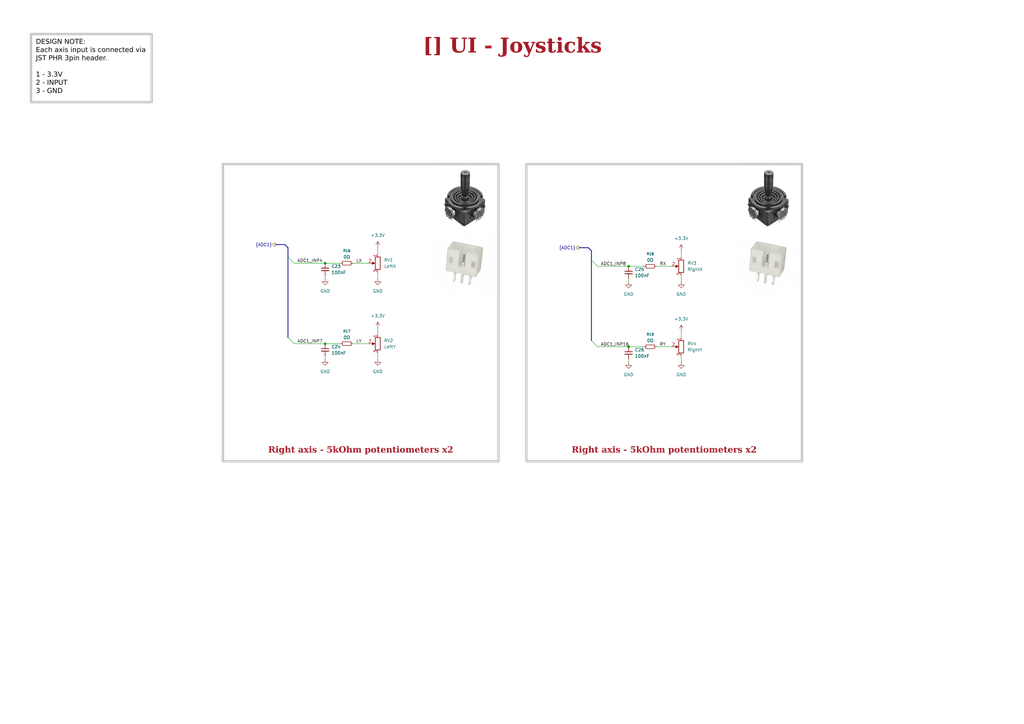
<source format=kicad_sch>
(kicad_sch (version 20250114) (generator "eeschema") (generator_version "9.0")
  (paper "A3")
  (title_block (title "UI - Joysticks") (rev "${REVISION}") (company "${COMPANY}"))
  (lib_symbols
    (symbol "0_capacitors:CL05B104KO5NNNC" (pin_numbers (hide yes)) (pin_names (offset 0.254) (hide yes))
      (property "Reference" "C" (at 0.254 1.778 0))
      (property "Value" "100nF" (at 0.254 -2.032 0))
      (symbol "CL05B104KO5NNNC_0_1"
        (polyline (pts (xy -1.524 0.508) (xy 1.524 0.508)) (stroke (width 0.3048)))
        (polyline (pts (xy -1.524 -0.508) (xy 1.524 -0.508)) (stroke (width 0.3302)))
      )
      (symbol "CL05B104KO5NNNC_1_1"
        (pin passive line (at 0 2.54 270) (length 2.032) (name "~") (number "1"))
        (pin passive line (at 0 -2.54 90) (length 2.032) (name "~") (number "2"))
      )
    )
    (symbol "0_modules:R_Potentiometer" (pin_names (offset 1.016) (hide yes))
      (property "Reference" "RV" (at -4.445 0 90))
      (property "Value" "R_Potentiometer" (at -2.54 0 90))
      (symbol "R_Potentiometer_0_1"
        (rectangle (start 1.016 2.54) (end -1.016 -2.54) (stroke (width 0.254)))
        (polyline (pts (xy 1.143 0) (xy 2.286 0.508) (xy 2.286 -0.508) (xy 1.143 0)) (fill (type outline)))
        (polyline (pts (xy 2.54 0) (xy 1.524 0)))
      )
      (symbol "R_Potentiometer_1_1"
        (pin passive line (at 0 3.81 270) (length 1.27) (name "1") (number "1"))
        (pin passive line (at 0 -3.81 90) (length 1.27) (name "3") (number "3"))
        (pin passive line (at 3.81 0 180) (length 1.27) (name "2") (number "2"))
      )
    )
    (symbol "0_resistors:0402WGF0000TCE" (pin_numbers (hide yes)) (pin_names (offset 0.254) (hide yes))
      (property "Reference" "R" (at 0 0 90))
      (property "Value" "0Ω" (at 1.778 0 90))
      (symbol "0402WGF0000TCE_0_1"
        (rectangle (start -0.762 1.778) (end 0.762 -1.778) (stroke (width 0.2032)))
      )
      (symbol "0402WGF0000TCE_1_1"
        (pin passive line (at 0 2.54 270) (length 0.762) (name "~") (number "1"))
        (pin passive line (at 0 -2.54 90) (length 0.762) (name "~") (number "2"))
      )
    )
    (symbol "power:+3.3V" (power) (pin_numbers (hide yes)) (pin_names (offset 0) (hide yes))
      (property "Value" "+3.3V" (at 0 3.556 0))
      (symbol "+3.3V_0_1"
        (polyline (pts (xy -0.762 1.27) (xy 0 2.54)))
        (polyline (pts (xy 0 2.54) (xy 0.762 1.27)))
        (polyline (pts (xy 0 0) (xy 0 2.54)))
      )
      (symbol "+3.3V_1_1"
        (pin power_in line (at 0 0 90) (length 0) (name "~") (number "1"))
      )
    )
    (symbol "power:GND" (power) (pin_numbers (hide yes)) (pin_names (offset 0) (hide yes))
      (property "Value" "GND" (at 0 -3.81 0))
      (symbol "GND_0_1"
        (polyline (pts (xy 0 0) (xy 0 -1.27) (xy 1.27 -1.27) (xy 0 -2.54) (xy -1.27 -1.27) (xy 0 -1.27)))
      )
      (symbol "GND_1_1"
        (pin power_in line (at 0 0 270) (length 0) (name "~") (number "1"))
      )
    )
  )
  (rectangle (start 91.44 67.31) (end 204.47 189.23) (stroke (width 1) (color 200 200 200 1)))
  (rectangle (start 215.9 67.31) (end 328.93 189.23) (stroke (width 1) (color 200 200 200 1)))
  (text_box "Right axis - 5kOhm potentiometers x2" (at 91.44 178.435 0) (size 113.03 9.525) (margins 1.9049 1.9049 1.9049 1.9049) (stroke (width -0.0001)) (effects (font (size 2.54 2.54) (thickness 0.508) (bold yes)) (justify bottom)))
  (text_box "Right axis - 5kOhm potentiometers x2" (at 215.9 178.435 0) (size 113.03 9.525) (margins 1.9049 1.9049 1.9049 1.9049) (stroke (width -0.0001)) (effects (font (size 2.54 2.54) (thickness 0.508) (bold yes)) (justify bottom)))
  (text_box "DESIGN NOTE:\nEach axis input is connected via JST PHR 3pin header.\n\n1 - 3.3V\n2 - INPUT\n3 - GND" (at 12.7 13.97 0) (size 49.53 27.94) (margins 2 2 2 2) (stroke (width 1) (color 200 200 200 1)) (effects (font (size 2 2)) (justify left top)))
  (text_box "[${#}] ${TITLE}" (at 12.7 12.7 0) (size 394.97 12.7) (margins 4.4999 4.4999 4.4999 4.4999) (stroke (width -0.0001)) (effects (font (size 6 6) (thickness 1.2) (bold yes))))
  (junction (at 257.81 109.22))
  (junction (at 133.35 140.97))
  (junction (at 133.35 107.95))
  (junction (at 257.81 142.24))
  (bus_entry (at 242.57 139.7) (size 2.54 2.54))
  (bus_entry (at 118.11 105.41) (size 2.54 2.54))
  (bus_entry (at 242.57 106.68) (size 2.54 2.54))
  (bus_entry (at 118.11 138.43) (size 2.54 2.54))
  (wire (pts (xy 154.94 111.76) (xy 154.94 114.3)))
  (wire (pts (xy 133.35 146.05) (xy 133.35 147.32)))
  (wire (pts (xy 154.94 144.78) (xy 154.94 147.32)))
  (wire (pts (xy 257.81 109.22) (xy 264.16 109.22)))
  (wire (pts (xy 133.35 113.03) (xy 133.35 114.3)))
  (bus (pts (xy 242.57 106.68) (xy 242.57 139.7)))
  (wire (pts (xy 154.94 134.62) (xy 154.94 137.16)))
  (bus (pts (xy 113.03 100.33) (xy 116.84 100.33)))
  (bus (pts (xy 242.57 102.87) (xy 242.57 106.68)))
  (wire (pts (xy 144.78 107.95) (xy 151.13 107.95)))
  (wire (pts (xy 245.11 142.24) (xy 257.81 142.24)))
  (wire (pts (xy 257.81 142.24) (xy 264.16 142.24)))
  (wire (pts (xy 120.65 140.97) (xy 133.35 140.97)))
  (wire (pts (xy 133.35 107.95) (xy 139.7 107.95)))
  (wire (pts (xy 120.65 107.95) (xy 133.35 107.95)))
  (wire (pts (xy 245.11 109.22) (xy 257.81 109.22)))
  (bus (pts (xy 118.11 101.6) (xy 118.11 105.41)))
  (bus (pts (xy 237.49 101.6) (xy 241.3 101.6)))
  (wire (pts (xy 279.4 146.05) (xy 279.4 148.59)))
  (wire (pts (xy 257.81 147.32) (xy 257.81 148.59)))
  (wire (pts (xy 257.81 114.3) (xy 257.81 115.57)))
  (wire (pts (xy 269.24 142.24) (xy 275.59 142.24)))
  (wire (pts (xy 269.24 109.22) (xy 275.59 109.22)))
  (wire (pts (xy 144.78 140.97) (xy 151.13 140.97)))
  (bus (pts (xy 118.11 105.41) (xy 118.11 138.43)))
  (bus (pts (xy 116.84 100.33) (xy 118.11 101.6)))
  (wire (pts (xy 279.4 113.03) (xy 279.4 115.57)))
  (bus (pts (xy 241.3 101.6) (xy 242.57 102.87)))
  (wire (pts (xy 133.35 140.97) (xy 139.7 140.97)))
  (wire (pts (xy 279.4 102.87) (xy 279.4 105.41)))
  (wire (pts (xy 154.94 101.6) (xy 154.94 104.14)))
  (wire (pts (xy 279.4 135.89) (xy 279.4 138.43)))
  (image (at 314.96 81.28) (scale 0.0922736))
  (image (at 314.96 107.95) (scale 0.110728))
  (image (at 190.5 81.28) (scale 0.0922736))
  (image (at 190.5 107.95) (scale 0.110728))
  (label "RX" (at 270.51 109.22 0))
  (label "LY" (at 146.05 140.97 0))
  (label "ADC1_INP7" (at 121.92 140.97 0))
  (label "LX" (at 146.05 107.95 0))
  (label "RY" (at 270.51 142.24 0))
  (label "ADC1_INP8" (at 246.38 109.22 0))
  (label "ADC1_INP16" (at 246.38 142.24 0))
  (label "ADC1_INP4" (at 121.92 107.95 0))
  (hierarchical_label "{ADC1}" (shape output) (at 237.49 101.6 180))
  (hierarchical_label "{ADC1}" (shape output) (at 113.03 100.33 180))
  (symbol (lib_id "power:+3.3V") (at 154.94 101.6 0) (unit 1)
    (property "Reference" "#PWR041" (effects (hide yes)))
    (property "Value" "+3.3V" (at 154.94 96.52 0))
    (property "Description" "Power symbol creates a global label with name \"+3.3V\"" (effects (hide yes)))
  )
  (symbol (lib_id "0_capacitors:CL05B104KO5NNNC") (at 257.81 144.78 0) (unit 1)
    (property "Reference" "C26" (at 260.35 143.5163 0) (effects (justify left)))
    (property "Value" "100nF" (at 260.35 146.0563 0) (effects (justify left)))
    (property "Footprint" "0_capacitors:C_0402_1005Metric" (effects (hide yes)))
    (property "Description" "Unpolarized capacitor, small symbol" (effects (hide yes)))
    (property "Supplier 1" "JLCPCB" (effects (hide yes)))
    (property "Supplier Part Number 1" "C1525" (effects (hide yes)))
  )
  (symbol (lib_id "0_modules:R_Potentiometer") (at 154.94 140.97 0) (mirror y) (unit 1)
    (property "Reference" "RV2" (at 157.48 139.7 0) (effects (justify right)))
    (property "Value" "LeftY" (at 157.48 142.24 0) (effects (justify right)))
    (property "Footprint" "0_connectors:JST_PH_B3B-PH-K_1x03_P2.00mm_Vertical" (effects (hide yes)))
    (property "Description" "Potentiometer" (effects (hide yes)))
    (property "Supplier 1" "JLCPCB" (effects (hide yes)))
    (property "Supplier Part Number 1" "C131339" (effects (hide yes)))
  )
  (symbol (lib_id "0_resistors:0402WGF0000TCE") (at 266.7 109.22 90) (unit 1)
    (property "Reference" "R18" (at 266.7 104.14 90) (effects (font (size 1.016 1.016))))
    (property "Value" "0Ω" (at 266.7 106.68 90))
    (property "Footprint" "0_resistors:R_0402_1005Metric" (effects (hide yes)))
    (property "Description" "50V ±800ppm/℃ ±1% 0Ω 0402" (effects (hide yes)))
    (property "Supplier 1" "JLCPCB" (effects (hide yes)))
    (property "Supplier Part Number 1" "C17168" (effects (hide yes)))
  )
  (symbol (lib_id "power:GND") (at 133.35 114.3 0) (unit 1)
    (property "Reference" "#PWR043" (effects (hide yes)))
    (property "Value" "GND" (at 133.35 119.38 0))
    (property "Description" "Power symbol creates a global label with name \"GND\" , ground" (effects (hide yes)))
  )
  (symbol (lib_id "power:GND") (at 154.94 147.32 0) (unit 1)
    (property "Reference" "#PWR046" (effects (hide yes)))
    (property "Value" "GND" (at 154.94 152.4 0))
    (property "Description" "Power symbol creates a global label with name \"GND\" , ground" (effects (hide yes)))
  )
  (symbol (lib_id "power:+3.3V") (at 279.4 102.87 0) (unit 1)
    (property "Reference" "#PWR048" (effects (hide yes)))
    (property "Value" "+3.3V" (at 279.4 97.79 0))
    (property "Description" "Power symbol creates a global label with name \"+3.3V\"" (effects (hide yes)))
  )
  (symbol (lib_id "0_modules:R_Potentiometer") (at 279.4 142.24 0) (mirror y) (unit 1)
    (property "Reference" "RV4" (at 281.94 140.97 0) (effects (justify right)))
    (property "Value" "RightY" (at 281.94 143.51 0) (effects (justify right)))
    (property "Footprint" "0_connectors:JST_PH_B3B-PH-K_1x03_P2.00mm_Vertical" (effects (hide yes)))
    (property "Description" "Potentiometer" (effects (hide yes)))
    (property "Supplier 1" "JLCPCB" (effects (hide yes)))
    (property "Supplier Part Number 1" "C131339" (effects (hide yes)))
  )
  (symbol (lib_id "0_modules:R_Potentiometer") (at 154.94 107.95 0) (mirror y) (unit 1)
    (property "Reference" "RV1" (at 157.48 106.68 0) (effects (justify right)))
    (property "Value" "LeftX" (at 157.48 109.22 0) (effects (justify right)))
    (property "Footprint" "0_connectors:JST_PH_B3B-PH-K_1x03_P2.00mm_Vertical" (effects (hide yes)))
    (property "Description" "Potentiometer" (effects (hide yes)))
    (property "Supplier 1" "JLCPCB" (effects (hide yes)))
    (property "Supplier Part Number 1" "C131339" (effects (hide yes)))
  )
  (symbol (lib_id "power:GND") (at 279.4 148.59 0) (unit 1)
    (property "Reference" "#PWR052" (effects (hide yes)))
    (property "Value" "GND" (at 279.4 153.67 0))
    (property "Description" "Power symbol creates a global label with name \"GND\" , ground" (effects (hide yes)))
  )
  (symbol (lib_id "0_modules:R_Potentiometer") (at 279.4 109.22 0) (mirror y) (unit 1)
    (property "Reference" "RV3" (at 281.94 107.95 0) (effects (justify right)))
    (property "Value" "RightX" (at 281.94 110.49 0) (effects (justify right)))
    (property "Footprint" "0_connectors:JST_PH_B3B-PH-K_1x03_P2.00mm_Vertical" (effects (hide yes)))
    (property "Description" "Potentiometer" (effects (hide yes)))
    (property "Supplier 1" "JLCPCB" (effects (hide yes)))
    (property "Supplier Part Number 1" "C131339" (effects (hide yes)))
  )
  (symbol (lib_id "power:GND") (at 154.94 114.3 0) (unit 1)
    (property "Reference" "#PWR042" (effects (hide yes)))
    (property "Value" "GND" (at 154.94 119.38 0))
    (property "Description" "Power symbol creates a global label with name \"GND\" , ground" (effects (hide yes)))
  )
  (symbol (lib_id "0_resistors:0402WGF0000TCE") (at 266.7 142.24 90) (unit 1)
    (property "Reference" "R19" (at 266.7 137.16 90) (effects (font (size 1.016 1.016))))
    (property "Value" "0Ω" (at 266.7 139.7 90))
    (property "Footprint" "0_resistors:R_0402_1005Metric" (effects (hide yes)))
    (property "Description" "50V ±800ppm/℃ ±1% 0Ω 0402" (effects (hide yes)))
    (property "Supplier 1" "JLCPCB" (effects (hide yes)))
    (property "Supplier Part Number 1" "C17168" (effects (hide yes)))
  )
  (symbol (lib_id "power:+3.3V") (at 279.4 135.89 0) (unit 1)
    (property "Reference" "#PWR051" (effects (hide yes)))
    (property "Value" "+3.3V" (at 279.4 130.81 0))
    (property "Description" "Power symbol creates a global label with name \"+3.3V\"" (effects (hide yes)))
  )
  (symbol (lib_id "0_capacitors:CL05B104KO5NNNC") (at 257.81 111.76 0) (unit 1)
    (property "Reference" "C25" (at 260.35 110.4963 0) (effects (justify left)))
    (property "Value" "100nF" (at 260.35 113.0363 0) (effects (justify left)))
    (property "Footprint" "0_capacitors:C_0402_1005Metric" (effects (hide yes)))
    (property "Description" "Unpolarized capacitor, small symbol" (effects (hide yes)))
    (property "Supplier 1" "JLCPCB" (effects (hide yes)))
    (property "Supplier Part Number 1" "C1525" (effects (hide yes)))
  )
  (symbol (lib_id "power:+3.3V") (at 154.94 134.62 0) (unit 1)
    (property "Reference" "#PWR045" (effects (hide yes)))
    (property "Value" "+3.3V" (at 154.94 129.54 0))
    (property "Description" "Power symbol creates a global label with name \"+3.3V\"" (effects (hide yes)))
  )
  (symbol (lib_id "power:GND") (at 279.4 115.57 0) (unit 1)
    (property "Reference" "#PWR049" (effects (hide yes)))
    (property "Value" "GND" (at 279.4 120.65 0))
    (property "Description" "Power symbol creates a global label with name \"GND\" , ground" (effects (hide yes)))
  )
  (symbol (lib_id "power:GND") (at 257.81 115.57 0) (unit 1)
    (property "Reference" "#PWR047" (effects (hide yes)))
    (property "Value" "GND" (at 257.81 120.65 0))
    (property "Description" "Power symbol creates a global label with name \"GND\" , ground" (effects (hide yes)))
  )
  (symbol (lib_id "0_capacitors:CL05B104KO5NNNC") (at 133.35 143.51 0) (unit 1)
    (property "Reference" "C24" (at 135.89 142.2463 0) (effects (justify left)))
    (property "Value" "100nF" (at 135.89 144.7863 0) (effects (justify left)))
    (property "Footprint" "0_capacitors:C_0402_1005Metric" (effects (hide yes)))
    (property "Description" "Unpolarized capacitor, small symbol" (effects (hide yes)))
    (property "Supplier 1" "JLCPCB" (effects (hide yes)))
    (property "Supplier Part Number 1" "C1525" (effects (hide yes)))
  )
  (symbol (lib_id "0_resistors:0402WGF0000TCE") (at 142.24 140.97 90) (unit 1)
    (property "Reference" "R17" (at 142.24 135.89 90) (effects (font (size 1.016 1.016))))
    (property "Value" "0Ω" (at 142.24 138.43 90))
    (property "Footprint" "0_resistors:R_0402_1005Metric" (effects (hide yes)))
    (property "Description" "50V ±800ppm/℃ ±1% 0Ω 0402" (effects (hide yes)))
    (property "Supplier 1" "JLCPCB" (effects (hide yes)))
    (property "Supplier Part Number 1" "C17168" (effects (hide yes)))
  )
  (symbol (lib_id "0_resistors:0402WGF0000TCE") (at 142.24 107.95 90) (unit 1)
    (property "Reference" "R16" (at 142.24 102.87 90) (effects (font (size 1.016 1.016))))
    (property "Value" "0Ω" (at 142.24 105.41 90))
    (property "Footprint" "0_resistors:R_0402_1005Metric" (effects (hide yes)))
    (property "Description" "50V ±800ppm/℃ ±1% 0Ω 0402" (effects (hide yes)))
    (property "Supplier 1" "JLCPCB" (effects (hide yes)))
    (property "Supplier Part Number 1" "C17168" (effects (hide yes)))
  )
  (symbol (lib_id "0_capacitors:CL05B104KO5NNNC") (at 133.35 110.49 0) (unit 1)
    (property "Reference" "C23" (at 135.89 109.2263 0) (effects (justify left)))
    (property "Value" "100nF" (at 135.89 111.7663 0) (effects (justify left)))
    (property "Footprint" "0_capacitors:C_0402_1005Metric" (effects (hide yes)))
    (property "Description" "Unpolarized capacitor, small symbol" (effects (hide yes)))
    (property "Supplier 1" "JLCPCB" (effects (hide yes)))
    (property "Supplier Part Number 1" "C1525" (effects (hide yes)))
  )
  (symbol (lib_id "power:GND") (at 257.81 148.59 0) (unit 1)
    (property "Reference" "#PWR050" (effects (hide yes)))
    (property "Value" "GND" (at 257.81 153.67 0))
    (property "Description" "Power symbol creates a global label with name \"GND\" , ground" (effects (hide yes)))
  )
  (symbol (lib_id "power:GND") (at 133.35 147.32 0) (unit 1)
    (property "Reference" "#PWR044" (effects (hide yes)))
    (property "Value" "GND" (at 133.35 152.4 0))
    (property "Description" "Power symbol creates a global label with name \"GND\" , ground" (effects (hide yes)))
  )
)
</source>
